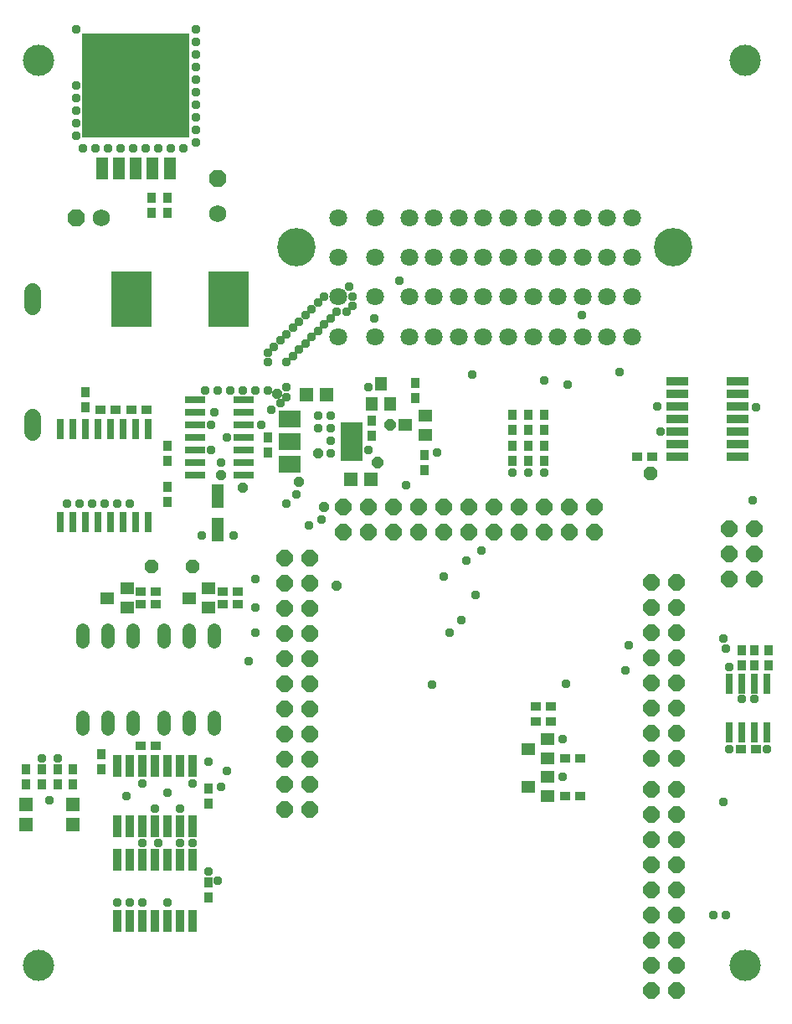
<source format=gts>
G75*
G70*
%OFA0B0*%
%FSLAX24Y24*%
%IPPOS*%
%LPD*%
%AMOC8*
5,1,8,0,0,1.08239X$1,22.5*
%
%ADD10C,0.0710*%
%ADD11C,0.1523*%
%ADD12OC8,0.0651*%
%ADD13R,0.0860X0.0320*%
%ADD14C,0.1241*%
%ADD15R,0.4312X0.4158*%
%ADD16R,0.0480X0.0910*%
%ADD17OC8,0.0690*%
%ADD18C,0.0690*%
%ADD19R,0.0375X0.0414*%
%ADD20R,0.1635X0.2186*%
%ADD21C,0.0660*%
%ADD22R,0.0414X0.0375*%
%ADD23R,0.0270X0.0840*%
%ADD24R,0.0560X0.0454*%
%ADD25R,0.0320X0.0860*%
%ADD26C,0.0540*%
%ADD27R,0.0454X0.0560*%
%ADD28R,0.0840X0.0260*%
%ADD29R,0.0850X0.0650*%
%ADD30R,0.0850X0.1560*%
%ADD31R,0.0532X0.0572*%
%ADD32R,0.0454X0.0966*%
%ADD33R,0.0572X0.0532*%
%ADD34OC8,0.0350*%
%ADD35OC8,0.0397*%
%ADD36OC8,0.0532*%
%ADD37OC8,0.0436*%
D10*
X020993Y030401D03*
X020993Y031975D03*
X022449Y031975D03*
X023827Y031975D03*
X024811Y031975D03*
X025796Y031975D03*
X026780Y031975D03*
X027764Y031975D03*
X028748Y031975D03*
X029733Y031975D03*
X030717Y031975D03*
X031701Y031975D03*
X032685Y031975D03*
X032685Y030401D03*
X031701Y030401D03*
X030717Y030401D03*
X029733Y030401D03*
X028748Y030401D03*
X027764Y030401D03*
X026780Y030401D03*
X025796Y030401D03*
X024811Y030401D03*
X023827Y030401D03*
X022449Y030401D03*
X022449Y033550D03*
X023827Y033550D03*
X024811Y033550D03*
X025796Y033550D03*
X026780Y033550D03*
X027764Y033550D03*
X028748Y033550D03*
X029733Y033550D03*
X030717Y033550D03*
X031701Y033550D03*
X032685Y033550D03*
X032685Y035125D03*
X031701Y035125D03*
X030717Y035125D03*
X029733Y035125D03*
X028748Y035125D03*
X027764Y035125D03*
X026780Y035125D03*
X025796Y035125D03*
X024811Y035125D03*
X023827Y035125D03*
X022449Y035125D03*
X020993Y035125D03*
X020993Y033550D03*
D11*
X019339Y033944D03*
X034339Y033944D03*
D12*
X031193Y023625D03*
X031193Y022625D03*
X030193Y022625D03*
X029193Y022625D03*
X028193Y022625D03*
X027193Y022625D03*
X027193Y023625D03*
X028193Y023625D03*
X029193Y023625D03*
X030193Y023625D03*
X033470Y020631D03*
X033470Y019631D03*
X033470Y018631D03*
X034470Y018631D03*
X034470Y019631D03*
X034470Y020631D03*
X036568Y020750D03*
X037568Y020750D03*
X037568Y021750D03*
X036568Y021750D03*
X036568Y022750D03*
X037568Y022750D03*
X034470Y017631D03*
X033470Y017631D03*
X033470Y016631D03*
X033470Y015631D03*
X034470Y015631D03*
X034470Y016631D03*
X034470Y014631D03*
X033470Y014631D03*
X033470Y013631D03*
X034470Y013631D03*
X034468Y012375D03*
X033468Y012375D03*
X033468Y011375D03*
X034468Y011375D03*
X034468Y010375D03*
X033468Y010375D03*
X033468Y009375D03*
X033468Y008375D03*
X033468Y007375D03*
X034468Y007375D03*
X034468Y008375D03*
X034468Y009375D03*
X034468Y006375D03*
X033468Y006375D03*
X033468Y005375D03*
X033468Y004375D03*
X034468Y004375D03*
X034468Y005375D03*
X019856Y011588D03*
X018856Y011588D03*
X018856Y012588D03*
X018856Y013588D03*
X018856Y014588D03*
X018856Y015588D03*
X019856Y015588D03*
X019856Y014588D03*
X019856Y013588D03*
X019856Y012588D03*
X019856Y016588D03*
X019856Y017588D03*
X019856Y018588D03*
X018856Y018588D03*
X018856Y017588D03*
X018856Y016588D03*
X018856Y019588D03*
X018856Y020588D03*
X018856Y021588D03*
X019856Y021588D03*
X019856Y020588D03*
X019856Y019588D03*
X021193Y022625D03*
X021193Y023625D03*
X022193Y023625D03*
X022193Y022625D03*
X023193Y022625D03*
X023193Y023625D03*
X024193Y023625D03*
X024193Y022625D03*
X025193Y022625D03*
X025193Y023625D03*
X026193Y023625D03*
X026193Y022625D03*
D13*
X034483Y025625D03*
X034483Y026125D03*
X034483Y026625D03*
X034483Y027125D03*
X034483Y027625D03*
X034483Y028125D03*
X034483Y028625D03*
X036903Y028625D03*
X036903Y028125D03*
X036903Y027625D03*
X036903Y027125D03*
X036903Y026625D03*
X036903Y026125D03*
X036903Y025625D03*
D14*
X009068Y005375D03*
X037193Y005375D03*
X037193Y041375D03*
X009068Y041375D03*
D15*
X012943Y040375D03*
D16*
X012943Y037095D03*
X012273Y037095D03*
X011603Y037095D03*
X013613Y037095D03*
X014283Y037095D03*
D17*
X016193Y036700D03*
X010568Y035125D03*
D18*
X011568Y035125D03*
X016193Y035300D03*
D19*
X014193Y035325D03*
X014193Y035925D03*
X013568Y035925D03*
X013568Y035325D03*
X010943Y028175D03*
X010943Y027575D03*
X014193Y026050D03*
X014193Y025450D03*
X014193Y024425D03*
X014193Y023825D03*
X018193Y025800D03*
X018193Y026400D03*
X022318Y026450D03*
X022318Y027050D03*
X024068Y027950D03*
X024068Y028550D03*
X024443Y025675D03*
X024443Y025075D03*
X027943Y025450D03*
X027943Y026050D03*
X027943Y026700D03*
X027943Y027300D03*
X028568Y027300D03*
X029193Y027300D03*
X029193Y026700D03*
X028568Y026700D03*
X028568Y026050D03*
X029193Y026050D03*
X029193Y025450D03*
X028568Y025450D03*
X037068Y017925D03*
X037568Y017925D03*
X038118Y017925D03*
X038118Y017325D03*
X037568Y017325D03*
X037068Y017325D03*
X015818Y012425D03*
X015818Y011825D03*
X015818Y008675D03*
X015818Y008075D03*
X011568Y013200D03*
X011568Y013800D03*
X010443Y013175D03*
X010443Y012575D03*
X009818Y012575D03*
X009818Y013175D03*
X009193Y013175D03*
X009193Y012575D03*
X008568Y012575D03*
X008568Y013175D03*
D20*
X012764Y031875D03*
X016622Y031875D03*
D21*
X008818Y032175D02*
X008818Y031575D01*
X008818Y027175D02*
X008818Y026575D01*
D22*
X011518Y027500D03*
X012118Y027500D03*
X012768Y027500D03*
X013368Y027500D03*
X013143Y020250D03*
X013143Y019750D03*
X013743Y019750D03*
X013743Y020250D03*
X016393Y020250D03*
X016393Y019750D03*
X016993Y019750D03*
X016993Y020250D03*
X013743Y014125D03*
X013143Y014125D03*
X028868Y015100D03*
X028868Y015700D03*
X029468Y015700D03*
X029468Y015100D03*
X030018Y013625D03*
X030618Y013625D03*
X030618Y012125D03*
X030018Y012125D03*
X037018Y014000D03*
X037618Y014000D03*
X033493Y025625D03*
X032893Y025625D03*
D23*
X036568Y016595D03*
X037068Y016595D03*
X037568Y016595D03*
X038068Y016595D03*
X038068Y014655D03*
X037568Y014655D03*
X037068Y014655D03*
X036568Y014655D03*
X013443Y023025D03*
X012943Y023025D03*
X012443Y023025D03*
X011943Y023025D03*
X011443Y023025D03*
X010943Y023025D03*
X010443Y023025D03*
X009943Y023025D03*
X009943Y026725D03*
X010443Y026725D03*
X010943Y026725D03*
X011443Y026725D03*
X011943Y026725D03*
X012443Y026725D03*
X012943Y026725D03*
X013443Y026725D03*
D24*
X012587Y020374D03*
X012587Y019626D03*
X011800Y020000D03*
X015050Y020000D03*
X015837Y019626D03*
X015837Y020374D03*
X023675Y026875D03*
X024462Y026501D03*
X024462Y027249D03*
X029337Y014374D03*
X028550Y014000D03*
X029337Y013626D03*
X029337Y012874D03*
X029337Y012126D03*
X028550Y012500D03*
D25*
X015193Y013335D03*
X014693Y013335D03*
X014193Y013335D03*
X013693Y013335D03*
X013193Y013335D03*
X012693Y013335D03*
X012193Y013335D03*
X012193Y010915D03*
X012693Y010915D03*
X013193Y010915D03*
X013693Y010915D03*
X014193Y010915D03*
X014693Y010915D03*
X015193Y010915D03*
X015193Y009585D03*
X014693Y009585D03*
X014193Y009585D03*
X013693Y009585D03*
X013193Y009585D03*
X012693Y009585D03*
X012193Y009585D03*
X012193Y007165D03*
X012693Y007165D03*
X013193Y007165D03*
X013693Y007165D03*
X014193Y007165D03*
X014693Y007165D03*
X015193Y007165D03*
D26*
X015068Y014770D02*
X015068Y015250D01*
X014068Y015250D02*
X014068Y014770D01*
X012818Y014770D02*
X012818Y015250D01*
X011818Y015250D02*
X011818Y014770D01*
X010818Y014770D02*
X010818Y015250D01*
X010818Y018250D02*
X010818Y018730D01*
X011818Y018730D02*
X011818Y018250D01*
X012818Y018250D02*
X012818Y018730D01*
X014068Y018730D02*
X014068Y018250D01*
X015068Y018250D02*
X015068Y018730D01*
X016068Y018730D02*
X016068Y018250D01*
X016068Y015250D02*
X016068Y014770D01*
D27*
X022319Y027731D03*
X022693Y028519D03*
X023067Y027731D03*
D28*
X017238Y027875D03*
X017238Y027375D03*
X017238Y026875D03*
X017238Y026375D03*
X017238Y025875D03*
X017238Y025375D03*
X017238Y024875D03*
X015298Y024875D03*
X015298Y025375D03*
X015298Y025875D03*
X015298Y026375D03*
X015298Y026875D03*
X015298Y027375D03*
X015298Y027875D03*
D29*
X019053Y027115D03*
X019053Y026215D03*
X019053Y025315D03*
D30*
X021533Y026225D03*
D31*
X021493Y024725D03*
X022293Y024725D03*
X020543Y028100D03*
X019743Y028100D03*
D32*
X016193Y024054D03*
X016193Y022706D03*
D33*
X010443Y011775D03*
X010443Y010975D03*
X008568Y010975D03*
X008568Y011775D03*
D34*
X009506Y011938D03*
X009818Y013625D03*
X009193Y013625D03*
X012568Y012125D03*
X013193Y012625D03*
X014193Y012250D03*
X013693Y011625D03*
X014693Y011625D03*
X015193Y012625D03*
X015818Y013500D03*
X016568Y013125D03*
X016318Y012500D03*
X015193Y010250D03*
X014693Y010250D03*
X013818Y010250D03*
X013193Y010250D03*
X013193Y007875D03*
X012693Y007875D03*
X012193Y007875D03*
X014193Y007875D03*
X015818Y009125D03*
X016193Y008750D03*
X017443Y017500D03*
X017693Y018625D03*
X017693Y019625D03*
X017693Y020750D03*
X016818Y022500D03*
X015568Y022500D03*
X016318Y025375D03*
X015943Y025875D03*
X016568Y026375D03*
X015943Y026875D03*
X016068Y027375D03*
X016193Y028250D03*
X015693Y028250D03*
X016693Y028250D03*
X017193Y028250D03*
X017693Y028250D03*
X018193Y028250D03*
X018693Y027750D03*
X018943Y028000D03*
X018943Y028375D03*
X018943Y029375D03*
X019193Y029625D03*
X019443Y029875D03*
X019693Y030125D03*
X019943Y030375D03*
X020193Y030625D03*
X020443Y030875D03*
X020693Y031125D03*
X020943Y031375D03*
X021318Y031375D03*
X021568Y031625D03*
X021568Y032000D03*
X021443Y032375D03*
X020443Y032000D03*
X020193Y031750D03*
X019943Y031500D03*
X019693Y031250D03*
X019443Y031000D03*
X019193Y030750D03*
X018943Y030500D03*
X018693Y030250D03*
X018443Y030000D03*
X018193Y029750D03*
X018193Y029375D03*
X018318Y027500D03*
X017943Y026875D03*
X020193Y026750D03*
X020193Y027250D03*
X020693Y027250D03*
X020693Y026750D03*
X020693Y026250D03*
X020693Y025750D03*
X022193Y025875D03*
X023693Y024500D03*
X024918Y025800D03*
X022193Y028375D03*
X022443Y031125D03*
X023443Y032625D03*
X026318Y028875D03*
X029193Y028638D03*
X030131Y028475D03*
X032193Y029000D03*
X033693Y027625D03*
X033818Y026625D03*
X037643Y027600D03*
X037493Y023875D03*
X036318Y018375D03*
X036443Y018000D03*
X036568Y017250D03*
X037068Y016000D03*
X037568Y016000D03*
X038068Y014000D03*
X036568Y014000D03*
X036318Y011875D03*
X036443Y007375D03*
X035943Y007375D03*
X029943Y012875D03*
X029943Y014375D03*
X030068Y016600D03*
X032443Y017125D03*
X032568Y018125D03*
X026468Y020125D03*
X025893Y019125D03*
X025437Y018631D03*
X024743Y016550D03*
X025193Y020850D03*
X026093Y021500D03*
X026693Y021900D03*
X027943Y025000D03*
X028568Y025000D03*
X029193Y025000D03*
X030693Y031250D03*
X020318Y023125D03*
X019818Y022875D03*
X018943Y023750D03*
X019318Y024125D03*
X012693Y023750D03*
X012193Y023750D03*
X011693Y023750D03*
X011193Y023750D03*
X010693Y023750D03*
X010193Y023750D03*
X010818Y037875D03*
X011318Y037875D03*
X011818Y037875D03*
X012318Y037875D03*
X012818Y037875D03*
X013318Y037875D03*
X013818Y037875D03*
X014318Y037875D03*
X014818Y037875D03*
X015318Y038125D03*
X015318Y038625D03*
X015318Y039125D03*
X015318Y039625D03*
X015318Y040125D03*
X015318Y040625D03*
X015318Y041125D03*
X015318Y041625D03*
X015318Y042125D03*
X015318Y042625D03*
X010568Y042625D03*
X010568Y040375D03*
X010568Y039875D03*
X010568Y039375D03*
X010568Y038875D03*
X010568Y038375D03*
D35*
X018568Y028125D03*
X020193Y025750D03*
X019443Y024625D03*
X020443Y023625D03*
X020943Y020500D03*
X017193Y024375D03*
X016318Y024875D03*
D36*
X015193Y021250D03*
X013568Y021250D03*
X033443Y024950D03*
D37*
X023068Y026875D03*
X022568Y025375D03*
M02*

</source>
